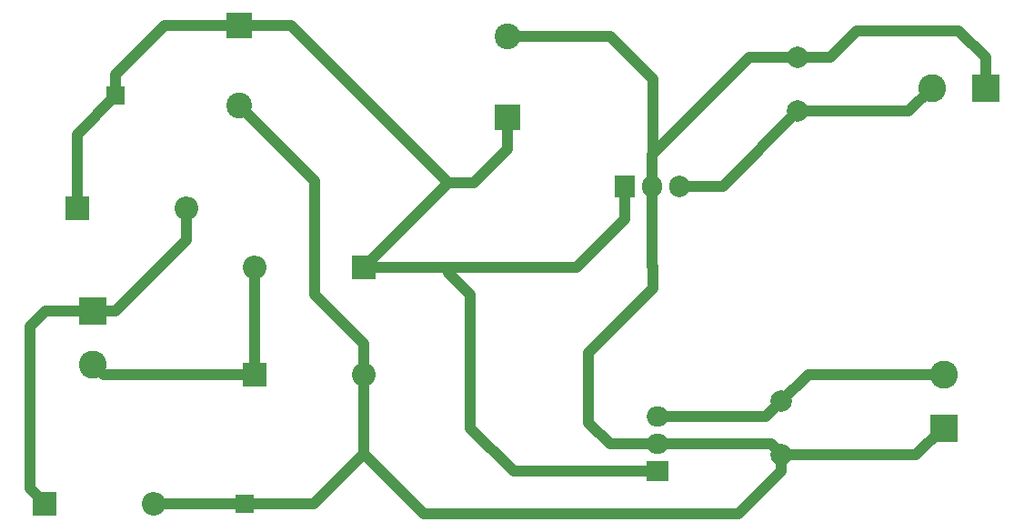
<source format=gbr>
%TF.GenerationSoftware,KiCad,Pcbnew,8.0.9*%
%TF.CreationDate,2025-08-13T21:21:24+02:00*%
%TF.ProjectId,regulateur_tension,72656775-6c61-4746-9575-725f74656e73,rev?*%
%TF.SameCoordinates,Original*%
%TF.FileFunction,Copper,L2,Bot*%
%TF.FilePolarity,Positive*%
%FSLAX46Y46*%
G04 Gerber Fmt 4.6, Leading zero omitted, Abs format (unit mm)*
G04 Created by KiCad (PCBNEW 8.0.9) date 2025-08-13 21:21:24*
%MOMM*%
%LPD*%
G01*
G04 APERTURE LIST*
%TA.AperFunction,ComponentPad*%
%ADD10O,2.000000X1.905000*%
%TD*%
%TA.AperFunction,ComponentPad*%
%ADD11R,2.000000X1.905000*%
%TD*%
%TA.AperFunction,ComponentPad*%
%ADD12R,1.905000X2.000000*%
%TD*%
%TA.AperFunction,ComponentPad*%
%ADD13O,1.905000X2.000000*%
%TD*%
%TA.AperFunction,ComponentPad*%
%ADD14R,2.600000X2.600000*%
%TD*%
%TA.AperFunction,ComponentPad*%
%ADD15C,2.600000*%
%TD*%
%TA.AperFunction,ComponentPad*%
%ADD16R,1.700000X1.700000*%
%TD*%
%TA.AperFunction,ComponentPad*%
%ADD17R,2.200000X2.200000*%
%TD*%
%TA.AperFunction,ComponentPad*%
%ADD18O,2.200000X2.200000*%
%TD*%
%TA.AperFunction,ComponentPad*%
%ADD19C,2.000000*%
%TD*%
%TA.AperFunction,ComponentPad*%
%ADD20R,2.400000X2.400000*%
%TD*%
%TA.AperFunction,ComponentPad*%
%ADD21C,2.400000*%
%TD*%
%TA.AperFunction,Conductor*%
%ADD22C,1.000000*%
%TD*%
G04 APERTURE END LIST*
D10*
%TO.P,U3,3,VO*%
%TO.N,Net-(OUTPUT2-Pin_2)*%
X99445000Y-78960000D03*
%TO.P,U3,2,GND*%
%TO.N,GROUND*%
X99445000Y-81500000D03*
D11*
%TO.P,U3,1,VI*%
%TO.N,Net-(D1-K)*%
X99445000Y-84040000D03*
%TD*%
D12*
%TO.P,U2,1,VI*%
%TO.N,Net-(D1-K)*%
X96420000Y-57500000D03*
D13*
%TO.P,U2,2,GND*%
%TO.N,GROUND*%
X98960000Y-57500000D03*
%TO.P,U2,3,VO*%
%TO.N,Net-(OUTPUT1-Pin_2)*%
X101500000Y-57500000D03*
%TD*%
D14*
%TO.P,OUTPUT2,1,Pin_1*%
%TO.N,GROUND*%
X126155000Y-80000000D03*
D15*
%TO.P,OUTPUT2,2,Pin_2*%
%TO.N,Net-(OUTPUT2-Pin_2)*%
X126155000Y-75000000D03*
%TD*%
D14*
%TO.P,OUTPUT1,1,Pin_1*%
%TO.N,GROUND*%
X130000000Y-48345000D03*
D15*
%TO.P,OUTPUT1,2,Pin_2*%
%TO.N,Net-(OUTPUT1-Pin_2)*%
X125000000Y-48345000D03*
%TD*%
D16*
%TO.P,J2,1,Pin_1*%
%TO.N,GROUND*%
X61000000Y-87065215D03*
%TD*%
%TO.P,J1,1,Pin_1*%
%TO.N,Net-(D1-K)*%
X49000000Y-49065215D03*
%TD*%
D14*
%TO.P,INPUT_AC1,1,Pin_1*%
%TO.N,Net-(D1-A)*%
X46845000Y-69065215D03*
D15*
%TO.P,INPUT_AC1,2,Pin_2*%
%TO.N,Net-(D2-K)*%
X46845000Y-74065215D03*
%TD*%
D17*
%TO.P,D4,1,K*%
%TO.N,Net-(D1-K)*%
X72080000Y-65065215D03*
D18*
%TO.P,D4,2,A*%
%TO.N,Net-(D2-K)*%
X61920000Y-65065215D03*
%TD*%
D17*
%TO.P,D3,1,K*%
%TO.N,Net-(D1-A)*%
X42420000Y-87065215D03*
D18*
%TO.P,D3,2,A*%
%TO.N,GROUND*%
X52580000Y-87065215D03*
%TD*%
D17*
%TO.P,D2,1,K*%
%TO.N,Net-(D2-K)*%
X61920000Y-75065215D03*
D18*
%TO.P,D2,2,A*%
%TO.N,GROUND*%
X72080000Y-75065215D03*
%TD*%
D17*
%TO.P,D1,1,K*%
%TO.N,Net-(D1-K)*%
X45420000Y-59565215D03*
D18*
%TO.P,D1,2,A*%
%TO.N,Net-(D1-A)*%
X55580000Y-59565215D03*
%TD*%
D19*
%TO.P,C_CERAMIC2,1*%
%TO.N,Net-(OUTPUT2-Pin_2)*%
X111000000Y-77500000D03*
%TO.P,C_CERAMIC2,2*%
%TO.N,GROUND*%
X111000000Y-82500000D03*
%TD*%
%TO.P,C_CERAMIC1,2*%
%TO.N,GROUND*%
X112500000Y-45500000D03*
%TO.P,C_CERAMIC1,1*%
%TO.N,Net-(OUTPUT1-Pin_2)*%
X112500000Y-50500000D03*
%TD*%
D20*
%TO.P,C2,1*%
%TO.N,Net-(D1-K)*%
X85500000Y-51065216D03*
D21*
%TO.P,C2,2*%
%TO.N,GROUND*%
X85500000Y-43565216D03*
%TD*%
D20*
%TO.P,C1,1*%
%TO.N,Net-(D1-K)*%
X60500000Y-42500000D03*
D21*
%TO.P,C1,2*%
%TO.N,GROUND*%
X60500000Y-50000000D03*
%TD*%
D22*
%TO.N,GROUND*%
X77660000Y-88000000D02*
X72080000Y-82420000D01*
X107000000Y-88000000D02*
X77660000Y-88000000D01*
X111000000Y-84000000D02*
X107000000Y-88000000D01*
X111000000Y-82500000D02*
X111000000Y-84000000D01*
X95065216Y-43565216D02*
X99000000Y-47500000D01*
X85500000Y-43565216D02*
X95065216Y-43565216D01*
X99000000Y-54500000D02*
X99000000Y-47500000D01*
X98960000Y-54540000D02*
X99000000Y-54500000D01*
%TO.N,Net-(D1-K)*%
X65354785Y-42500000D02*
X60500000Y-42500000D01*
X80000000Y-57145215D02*
X65354785Y-42500000D01*
X85500000Y-54000000D02*
X85500000Y-51065216D01*
X82354785Y-57145215D02*
X85500000Y-54000000D01*
X80000000Y-57145215D02*
X82354785Y-57145215D01*
%TO.N,GROUND*%
X126000000Y-80000000D02*
X126155000Y-80000000D01*
X123500000Y-82500000D02*
X126000000Y-80000000D01*
X111000000Y-82500000D02*
X123500000Y-82500000D01*
%TO.N,Net-(OUTPUT2-Pin_2)*%
X113500000Y-75000000D02*
X126155000Y-75000000D01*
X111000000Y-77500000D02*
X113500000Y-75000000D01*
%TO.N,GROUND*%
X110000000Y-81500000D02*
X111000000Y-82500000D01*
X99445000Y-81500000D02*
X110000000Y-81500000D01*
%TO.N,Net-(OUTPUT2-Pin_2)*%
X109540000Y-78960000D02*
X111000000Y-77500000D01*
X99445000Y-78960000D02*
X109540000Y-78960000D01*
%TO.N,GROUND*%
X93000000Y-79500000D02*
X95000000Y-81500000D01*
X93000000Y-73000000D02*
X93000000Y-79500000D01*
X95000000Y-81500000D02*
X99445000Y-81500000D01*
X99000000Y-67000000D02*
X93000000Y-73000000D01*
X99000000Y-65000000D02*
X99000000Y-67000000D01*
%TO.N,Net-(D1-K)*%
X80000000Y-65565215D02*
X80000000Y-65065215D01*
X82000000Y-67565215D02*
X80000000Y-65565215D01*
X82000000Y-80000000D02*
X82000000Y-67565215D01*
X99445000Y-84040000D02*
X86040000Y-84040000D01*
X86040000Y-84040000D02*
X82000000Y-80000000D01*
%TO.N,GROUND*%
X72080000Y-82420000D02*
X72080000Y-75065215D01*
X61000000Y-87065215D02*
X67434785Y-87065215D01*
X67434785Y-87065215D02*
X72080000Y-82420000D01*
X127500000Y-43000000D02*
X130000000Y-45500000D01*
X130000000Y-45500000D02*
X130000000Y-48345000D01*
X118000000Y-43000000D02*
X127500000Y-43000000D01*
X115500000Y-45500000D02*
X118000000Y-43000000D01*
X112500000Y-45500000D02*
X115500000Y-45500000D01*
%TO.N,Net-(OUTPUT1-Pin_2)*%
X122845000Y-50500000D02*
X125000000Y-48345000D01*
X112500000Y-50500000D02*
X122845000Y-50500000D01*
X105500000Y-57500000D02*
X112500000Y-50500000D01*
X101500000Y-57500000D02*
X105500000Y-57500000D01*
%TO.N,GROUND*%
X98960000Y-54540000D02*
X108000000Y-45500000D01*
X108000000Y-45500000D02*
X112500000Y-45500000D01*
X98960000Y-57500000D02*
X98960000Y-54540000D01*
X98960000Y-64960000D02*
X98960000Y-57500000D01*
X99000000Y-65000000D02*
X98960000Y-64960000D01*
%TO.N,Net-(D1-K)*%
X96420000Y-60565215D02*
X96420000Y-57500000D01*
X91920000Y-65065215D02*
X96420000Y-60565215D01*
X80000000Y-65065215D02*
X91920000Y-65065215D01*
%TO.N,GROUND*%
X52580000Y-87065215D02*
X61000000Y-87065215D01*
%TO.N,Net-(D1-A)*%
X41000000Y-85645215D02*
X42420000Y-87065215D01*
X41000000Y-70565215D02*
X41000000Y-85645215D01*
X42500000Y-69065215D02*
X41000000Y-70565215D01*
X46845000Y-69065215D02*
X42500000Y-69065215D01*
%TO.N,Net-(D1-K)*%
X49000000Y-47065215D02*
X49000000Y-49065215D01*
X60500000Y-42500000D02*
X53565215Y-42500000D01*
X53565215Y-42500000D02*
X49000000Y-47065215D01*
X61000000Y-43000000D02*
X60500000Y-42500000D01*
%TO.N,GROUND*%
X67500000Y-57000000D02*
X60500000Y-50000000D01*
X67500000Y-67565215D02*
X67500000Y-57000000D01*
%TO.N,Net-(D1-K)*%
X72080000Y-65065215D02*
X80000000Y-57145215D01*
X72080000Y-65065215D02*
X80000000Y-65065215D01*
%TO.N,GROUND*%
X72080000Y-75065215D02*
X72080000Y-72145215D01*
X72080000Y-72145215D02*
X67500000Y-67565215D01*
%TO.N,Net-(D2-K)*%
X61920000Y-75065215D02*
X61920000Y-65065215D01*
X47845000Y-75065215D02*
X46845000Y-74065215D01*
X61920000Y-75065215D02*
X47845000Y-75065215D01*
%TO.N,Net-(D1-K)*%
X45420000Y-52645215D02*
X49000000Y-49065215D01*
X45420000Y-59565215D02*
X45420000Y-52645215D01*
%TO.N,Net-(D1-A)*%
X55580000Y-62485215D02*
X55580000Y-59565215D01*
X49000000Y-69065215D02*
X55580000Y-62485215D01*
X46845000Y-69065215D02*
X49000000Y-69065215D01*
%TD*%
M02*

</source>
